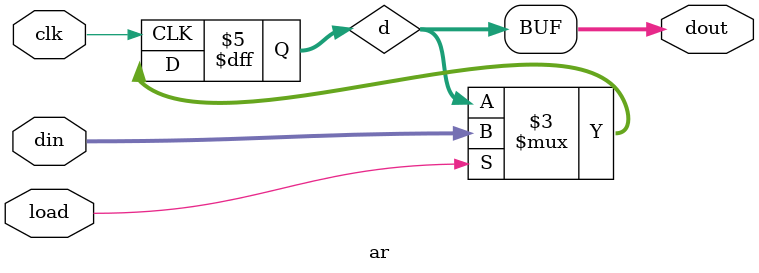
<source format=v>
module ar(clk,load,din,dout);
  input clk,load;
  input [5:0] din;
  output [5:0] dout;
  
  reg [5:0] d;
  
  assign dout = d;
  
  always @(posedge clk)
  begin
    if(load)
      d = din;
  end
  
endmodule

</source>
